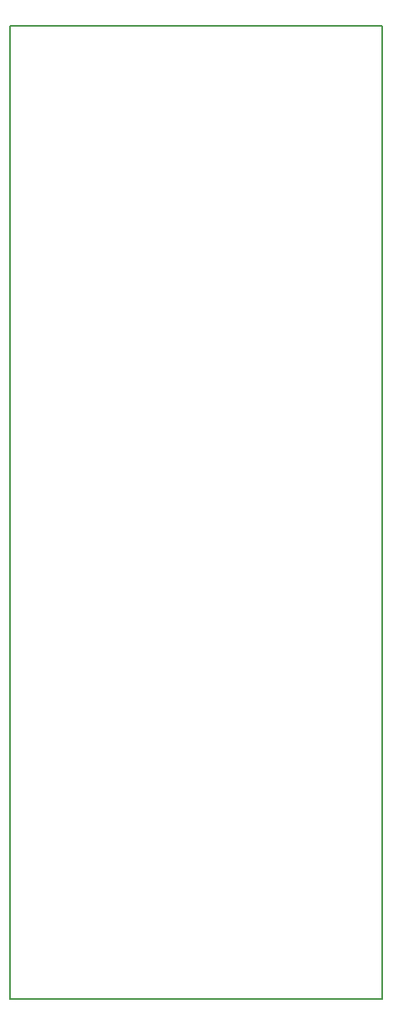
<source format=gbr>
G04 start of page 10 for group -4078 idx -4078 *
G04 Title: (unknown), bottomsilk *
G04 Creator: pcb 4.0.2 *
G04 CreationDate: Thu Feb 20 20:43:15 2020 UTC *
G04 For: ndholmes *
G04 Format: Gerber/RS-274X *
G04 PCB-Dimensions (mil): 1500.00 3900.00 *
G04 PCB-Coordinate-Origin: lower left *
%MOIN*%
%FSLAX25Y25*%
%LNBOTTOMSILK*%
%ADD61C,0.0080*%
G54D61*X500Y389500D02*X149500D01*
Y500D01*
X500D01*
Y389500D01*
M02*

</source>
